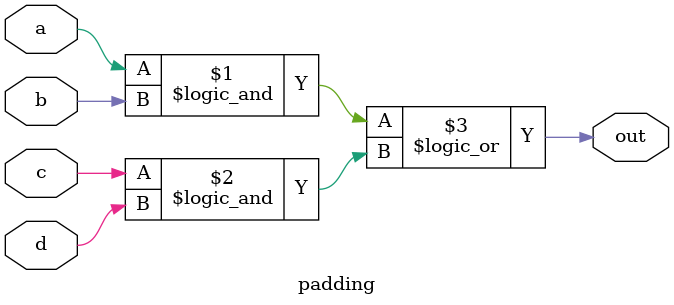
<source format=v>
`timescale 1ns / 1ps
module padding(a, b, c, d, out
    );

	input a, b, c, d;
	output out;
	
	assign out = ((a && b) || (c && d));

endmodule

</source>
